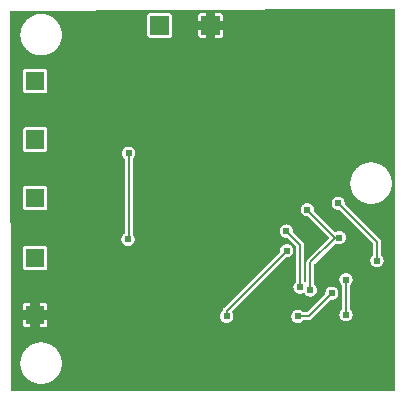
<source format=gbl>
G04 Layer: BottomLayer*
G04 EasyEDA v6.1.34, Sat, 04 May 2019 03:32:15 GMT*
G04 a282187419204f9284f90a9f3713dfcb,c51538707a8b4a26ae849ea9e5911ac7,10*
G04 Gerber Generator version 0.2*
G04 Scale: 100 percent, Rotated: No, Reflected: No *
G04 Dimensions in millimeters *
G04 leading zeros omitted , absolute positions ,3 integer and 3 decimal *
%FSLAX33Y33*%
%MOMM*%
G90*
G71D02*

%ADD11C,0.159995*%
%ADD15C,0.610006*%

%LPD*%
G36*
G01X32918Y32623D02*
G01X29103Y32623D01*
G01X482Y32512D01*
G01X467Y32511D01*
G01X453Y32508D01*
G01X440Y32503D01*
G01X427Y32496D01*
G01X415Y32487D01*
G01X405Y32477D01*
G01X397Y32465D01*
G01X390Y32452D01*
G01X385Y32439D01*
G01X382Y32425D01*
G01X381Y32410D01*
G01X381Y19557D01*
G01X508Y9652D01*
G01X507Y370D01*
G01X509Y356D01*
G01X512Y342D01*
G01X517Y328D01*
G01X524Y315D01*
G01X532Y304D01*
G01X543Y294D01*
G01X554Y285D01*
G01X567Y278D01*
G01X580Y273D01*
G01X595Y270D01*
G01X609Y269D01*
G01X32918Y269D01*
G01X32932Y270D01*
G01X32947Y273D01*
G01X32960Y278D01*
G01X32973Y285D01*
G01X32984Y294D01*
G01X32995Y304D01*
G01X33003Y315D01*
G01X33010Y328D01*
G01X33015Y342D01*
G01X33018Y356D01*
G01X33020Y370D01*
G01X33020Y32522D01*
G01X33018Y32536D01*
G01X33015Y32550D01*
G01X33010Y32564D01*
G01X33003Y32577D01*
G01X32995Y32588D01*
G01X32984Y32598D01*
G01X32973Y32607D01*
G01X32960Y32614D01*
G01X32947Y32619D01*
G01X32932Y32622D01*
G01X32918Y32623D01*
G37*

%LPC*%
G36*
G01X25626Y16211D02*
G01X25593Y16213D01*
G01X25559Y16211D01*
G01X25525Y16208D01*
G01X25491Y16203D01*
G01X25458Y16196D01*
G01X25425Y16187D01*
G01X25393Y16176D01*
G01X25362Y16163D01*
G01X25332Y16148D01*
G01X25302Y16132D01*
G01X25274Y16113D01*
G01X25246Y16093D01*
G01X25220Y16071D01*
G01X25195Y16048D01*
G01X25172Y16023D01*
G01X25151Y15997D01*
G01X25130Y15970D01*
G01X25112Y15941D01*
G01X25095Y15912D01*
G01X25080Y15881D01*
G01X25067Y15850D01*
G01X25056Y15818D01*
G01X25047Y15785D01*
G01X25040Y15752D01*
G01X25035Y15719D01*
G01X25032Y15685D01*
G01X25031Y15651D01*
G01X25032Y15617D01*
G01X25035Y15583D01*
G01X25040Y15550D01*
G01X25047Y15517D01*
G01X25056Y15484D01*
G01X25067Y15452D01*
G01X25080Y15421D01*
G01X25095Y15390D01*
G01X25112Y15360D01*
G01X25130Y15332D01*
G01X25151Y15305D01*
G01X25172Y15279D01*
G01X25195Y15254D01*
G01X25220Y15231D01*
G01X25246Y15209D01*
G01X25274Y15189D01*
G01X25302Y15170D01*
G01X25332Y15154D01*
G01X25362Y15139D01*
G01X25393Y15126D01*
G01X25425Y15115D01*
G01X25458Y15106D01*
G01X25491Y15099D01*
G01X25525Y15094D01*
G01X25559Y15090D01*
G01X25593Y15089D01*
G01X25628Y15091D01*
G01X25635Y15091D01*
G01X25651Y15090D01*
G01X25666Y15086D01*
G01X25681Y15080D01*
G01X25694Y15071D01*
G01X25707Y15061D01*
G01X27399Y13368D01*
G01X27410Y13356D01*
G01X27418Y13343D01*
G01X27424Y13328D01*
G01X27428Y13312D01*
G01X27429Y13297D01*
G01X27428Y13281D01*
G01X27424Y13265D01*
G01X27418Y13250D01*
G01X27409Y13237D01*
G01X27399Y13225D01*
G01X25609Y11436D01*
G01X25591Y11417D01*
G01X25574Y11396D01*
G01X25560Y11374D01*
G01X25547Y11351D01*
G01X25536Y11327D01*
G01X25526Y11302D01*
G01X25519Y11277D01*
G01X25514Y11251D01*
G01X25511Y11225D01*
G01X25510Y11198D01*
G01X25510Y9588D01*
G01X25509Y9573D01*
G01X25506Y9559D01*
G01X25501Y9546D01*
G01X25494Y9533D01*
G01X25485Y9521D01*
G01X25475Y9511D01*
G01X25463Y9502D01*
G01X25451Y9496D01*
G01X25437Y9490D01*
G01X25423Y9487D01*
G01X25408Y9486D01*
G01X25394Y9487D01*
G01X25379Y9491D01*
G01X25366Y9496D01*
G01X25353Y9503D01*
G01X25341Y9512D01*
G01X25331Y9522D01*
G01X25323Y9533D01*
G01X25316Y9546D01*
G01X25311Y9560D01*
G01X25308Y9574D01*
G01X25307Y9588D01*
G01X25307Y12692D01*
G01X25306Y12718D01*
G01X25303Y12745D01*
G01X25297Y12770D01*
G01X25290Y12796D01*
G01X25281Y12821D01*
G01X25270Y12845D01*
G01X25257Y12868D01*
G01X25243Y12890D01*
G01X25226Y12910D01*
G01X25208Y12930D01*
G01X24404Y13734D01*
G01X24394Y13746D01*
G01X24386Y13759D01*
G01X24380Y13774D01*
G01X24376Y13790D01*
G01X24375Y13805D01*
G01X24375Y13812D01*
G01X24376Y13848D01*
G01X24375Y13881D01*
G01X24372Y13915D01*
G01X24367Y13949D01*
G01X24360Y13982D01*
G01X24351Y14015D01*
G01X24340Y14047D01*
G01X24327Y14078D01*
G01X24312Y14109D01*
G01X24295Y14138D01*
G01X24277Y14167D01*
G01X24257Y14194D01*
G01X24235Y14220D01*
G01X24212Y14245D01*
G01X24187Y14268D01*
G01X24161Y14290D01*
G01X24134Y14310D01*
G01X24105Y14328D01*
G01X24076Y14345D01*
G01X24045Y14360D01*
G01X24014Y14373D01*
G01X23982Y14384D01*
G01X23949Y14393D01*
G01X23916Y14400D01*
G01X23882Y14405D01*
G01X23848Y14408D01*
G01X23815Y14409D01*
G01X23781Y14408D01*
G01X23747Y14405D01*
G01X23713Y14400D01*
G01X23680Y14393D01*
G01X23647Y14384D01*
G01X23615Y14373D01*
G01X23584Y14360D01*
G01X23554Y14345D01*
G01X23524Y14328D01*
G01X23496Y14310D01*
G01X23468Y14290D01*
G01X23442Y14268D01*
G01X23417Y14245D01*
G01X23394Y14220D01*
G01X23373Y14194D01*
G01X23352Y14167D01*
G01X23334Y14138D01*
G01X23317Y14109D01*
G01X23302Y14078D01*
G01X23289Y14047D01*
G01X23278Y14015D01*
G01X23269Y13982D01*
G01X23262Y13949D01*
G01X23257Y13915D01*
G01X23254Y13881D01*
G01X23253Y13848D01*
G01X23254Y13814D01*
G01X23257Y13780D01*
G01X23262Y13746D01*
G01X23269Y13713D01*
G01X23278Y13681D01*
G01X23289Y13648D01*
G01X23302Y13617D01*
G01X23317Y13587D01*
G01X23334Y13557D01*
G01X23352Y13529D01*
G01X23373Y13501D01*
G01X23394Y13475D01*
G01X23417Y13451D01*
G01X23442Y13427D01*
G01X23468Y13406D01*
G01X23496Y13385D01*
G01X23524Y13367D01*
G01X23554Y13350D01*
G01X23584Y13336D01*
G01X23615Y13323D01*
G01X23647Y13311D01*
G01X23680Y13302D01*
G01X23713Y13295D01*
G01X23747Y13290D01*
G01X23781Y13287D01*
G01X23815Y13286D01*
G01X23850Y13287D01*
G01X23857Y13287D01*
G01X23873Y13286D01*
G01X23888Y13282D01*
G01X23903Y13276D01*
G01X23916Y13268D01*
G01X23929Y13258D01*
G01X24604Y12582D01*
G01X24614Y12570D01*
G01X24623Y12557D01*
G01X24629Y12542D01*
G01X24632Y12526D01*
G01X24634Y12510D01*
G01X24634Y9588D01*
G01X24633Y9574D01*
G01X24630Y9560D01*
G01X24625Y9546D01*
G01X24618Y9533D01*
G01X24609Y9522D01*
G01X24599Y9512D01*
G01X24574Y9488D01*
G01X24551Y9464D01*
G01X24529Y9438D01*
G01X24509Y9410D01*
G01X24490Y9382D01*
G01X24474Y9352D01*
G01X24459Y9321D01*
G01X24445Y9290D01*
G01X24434Y9258D01*
G01X24425Y9225D01*
G01X24418Y9192D01*
G01X24413Y9158D01*
G01X24410Y9124D01*
G01X24409Y9090D01*
G01X24410Y9056D01*
G01X24413Y9022D01*
G01X24418Y8989D01*
G01X24425Y8956D01*
G01X24434Y8923D01*
G01X24445Y8891D01*
G01X24458Y8860D01*
G01X24473Y8829D01*
G01X24490Y8800D01*
G01X24508Y8771D01*
G01X24528Y8744D01*
G01X24550Y8718D01*
G01X24573Y8693D01*
G01X24598Y8670D01*
G01X24624Y8648D01*
G01X24651Y8628D01*
G01X24680Y8610D01*
G01X24709Y8593D01*
G01X24740Y8578D01*
G01X24771Y8565D01*
G01X24803Y8554D01*
G01X24836Y8545D01*
G01X24869Y8538D01*
G01X24903Y8533D01*
G01X24936Y8530D01*
G01X24970Y8529D01*
G01X25005Y8530D01*
G01X25039Y8533D01*
G01X25073Y8538D01*
G01X25107Y8546D01*
G01X25140Y8555D01*
G01X25173Y8566D01*
G01X25205Y8580D01*
G01X25236Y8595D01*
G01X25251Y8602D01*
G01X25267Y8606D01*
G01X25284Y8607D01*
G01X25298Y8606D01*
G01X25313Y8603D01*
G01X25326Y8598D01*
G01X25339Y8591D01*
G01X25351Y8582D01*
G01X25361Y8571D01*
G01X25370Y8560D01*
G01X25390Y8530D01*
G01X25411Y8502D01*
G01X25435Y8475D01*
G01X25460Y8450D01*
G01X25486Y8426D01*
G01X25514Y8404D01*
G01X25543Y8384D01*
G01X25574Y8366D01*
G01X25606Y8349D01*
G01X25638Y8335D01*
G01X25672Y8323D01*
G01X25706Y8313D01*
G01X25740Y8305D01*
G01X25776Y8299D01*
G01X25811Y8296D01*
G01X25847Y8295D01*
G01X25880Y8296D01*
G01X25914Y8299D01*
G01X25948Y8304D01*
G01X25981Y8311D01*
G01X26014Y8320D01*
G01X26046Y8331D01*
G01X26077Y8344D01*
G01X26108Y8359D01*
G01X26137Y8376D01*
G01X26166Y8394D01*
G01X26193Y8414D01*
G01X26219Y8436D01*
G01X26244Y8459D01*
G01X26267Y8484D01*
G01X26289Y8510D01*
G01X26309Y8537D01*
G01X26327Y8566D01*
G01X26344Y8596D01*
G01X26359Y8626D01*
G01X26372Y8657D01*
G01X26383Y8689D01*
G01X26392Y8722D01*
G01X26399Y8755D01*
G01X26404Y8789D01*
G01X26407Y8823D01*
G01X26408Y8856D01*
G01X26407Y8891D01*
G01X26404Y8924D01*
G01X26399Y8958D01*
G01X26392Y8991D01*
G01X26382Y9024D01*
G01X26371Y9056D01*
G01X26358Y9088D01*
G01X26343Y9118D01*
G01X26326Y9148D01*
G01X26308Y9177D01*
G01X26288Y9204D01*
G01X26266Y9230D01*
G01X26242Y9255D01*
G01X26218Y9278D01*
G01X26207Y9288D01*
G01X26199Y9300D01*
G01X26192Y9312D01*
G01X26187Y9326D01*
G01X26184Y9340D01*
G01X26183Y9354D01*
G01X26183Y11017D01*
G01X26184Y11033D01*
G01X26188Y11048D01*
G01X26194Y11063D01*
G01X26203Y11076D01*
G01X26213Y11089D01*
G01X27912Y12786D01*
G01X27924Y12796D01*
G01X27938Y12804D01*
G01X27952Y12810D01*
G01X27968Y12814D01*
G01X27984Y12815D01*
G01X28000Y12814D01*
G01X28017Y12810D01*
G01X28032Y12803D01*
G01X28063Y12787D01*
G01X28095Y12774D01*
G01X28128Y12762D01*
G01X28162Y12752D01*
G01X28196Y12745D01*
G01X28231Y12739D01*
G01X28265Y12736D01*
G01X28300Y12735D01*
G01X28334Y12736D01*
G01X28368Y12739D01*
G01X28401Y12744D01*
G01X28435Y12751D01*
G01X28467Y12760D01*
G01X28499Y12771D01*
G01X28531Y12784D01*
G01X28561Y12799D01*
G01X28591Y12816D01*
G01X28619Y12834D01*
G01X28646Y12854D01*
G01X28673Y12876D01*
G01X28697Y12899D01*
G01X28721Y12924D01*
G01X28742Y12950D01*
G01X28762Y12977D01*
G01X28781Y13006D01*
G01X28797Y13035D01*
G01X28812Y13066D01*
G01X28825Y13097D01*
G01X28836Y13129D01*
G01X28845Y13162D01*
G01X28853Y13195D01*
G01X28858Y13229D01*
G01X28861Y13262D01*
G01X28862Y13296D01*
G01X28861Y13330D01*
G01X28858Y13364D01*
G01X28853Y13398D01*
G01X28845Y13431D01*
G01X28836Y13463D01*
G01X28825Y13496D01*
G01X28812Y13527D01*
G01X28797Y13557D01*
G01X28781Y13587D01*
G01X28762Y13615D01*
G01X28742Y13643D01*
G01X28721Y13669D01*
G01X28673Y13717D01*
G01X28619Y13759D01*
G01X28591Y13777D01*
G01X28561Y13794D01*
G01X28531Y13808D01*
G01X28499Y13821D01*
G01X28467Y13833D01*
G01X28435Y13842D01*
G01X28401Y13849D01*
G01X28368Y13854D01*
G01X28334Y13857D01*
G01X28300Y13858D01*
G01X28265Y13857D01*
G01X28231Y13854D01*
G01X28196Y13848D01*
G01X28162Y13841D01*
G01X28128Y13831D01*
G01X28096Y13819D01*
G01X28064Y13806D01*
G01X28032Y13790D01*
G01X28017Y13783D01*
G01X28001Y13779D01*
G01X27984Y13778D01*
G01X27968Y13779D01*
G01X27952Y13783D01*
G01X27938Y13789D01*
G01X27924Y13797D01*
G01X27912Y13807D01*
G01X26182Y15537D01*
G01X26172Y15549D01*
G01X26164Y15563D01*
G01X26158Y15577D01*
G01X26154Y15593D01*
G01X26153Y15609D01*
G01X26153Y15615D01*
G01X26154Y15651D01*
G01X26153Y15685D01*
G01X26150Y15719D01*
G01X26145Y15752D01*
G01X26138Y15785D01*
G01X26129Y15818D01*
G01X26118Y15850D01*
G01X26105Y15881D01*
G01X26090Y15912D01*
G01X26073Y15941D01*
G01X26055Y15970D01*
G01X26035Y15997D01*
G01X26013Y16023D01*
G01X25990Y16048D01*
G01X25965Y16071D01*
G01X25939Y16093D01*
G01X25912Y16113D01*
G01X25883Y16132D01*
G01X25854Y16148D01*
G01X25823Y16163D01*
G01X25792Y16176D01*
G01X25760Y16187D01*
G01X25727Y16196D01*
G01X25694Y16203D01*
G01X25660Y16208D01*
G01X25626Y16211D01*
G37*
G36*
G01X23871Y12744D02*
G01X23837Y12745D01*
G01X23803Y12744D01*
G01X23770Y12741D01*
G01X23736Y12736D01*
G01X23703Y12729D01*
G01X23670Y12720D01*
G01X23638Y12709D01*
G01X23607Y12696D01*
G01X23576Y12681D01*
G01X23547Y12664D01*
G01X23518Y12646D01*
G01X23491Y12626D01*
G01X23465Y12604D01*
G01X23440Y12581D01*
G01X23417Y12556D01*
G01X23395Y12530D01*
G01X23375Y12503D01*
G01X23357Y12474D01*
G01X23340Y12445D01*
G01X23325Y12414D01*
G01X23312Y12383D01*
G01X23301Y12351D01*
G01X23292Y12318D01*
G01X23285Y12285D01*
G01X23280Y12252D01*
G01X23277Y12218D01*
G01X23276Y12184D01*
G01X23277Y12148D01*
G01X23277Y12142D01*
G01X23276Y12126D01*
G01X23272Y12110D01*
G01X23266Y12096D01*
G01X23258Y12082D01*
G01X23247Y12070D01*
G01X18517Y7339D01*
G01X18497Y7318D01*
G01X18479Y7295D01*
G01X18464Y7270D01*
G01X18450Y7244D01*
G01X18439Y7217D01*
G01X18430Y7189D01*
G01X18424Y7161D01*
G01X18420Y7132D01*
G01X18417Y7117D01*
G01X18412Y7102D01*
G01X18405Y7088D01*
G01X18396Y7075D01*
G01X18385Y7064D01*
G01X18360Y7041D01*
G01X18337Y7016D01*
G01X18315Y6990D01*
G01X18294Y6963D01*
G01X18276Y6934D01*
G01X18259Y6905D01*
G01X18244Y6874D01*
G01X18230Y6842D01*
G01X18219Y6810D01*
G01X18210Y6777D01*
G01X18203Y6744D01*
G01X18197Y6710D01*
G01X18194Y6676D01*
G01X18193Y6642D01*
G01X18194Y6608D01*
G01X18197Y6574D01*
G01X18203Y6540D01*
G01X18210Y6507D01*
G01X18219Y6475D01*
G01X18230Y6442D01*
G01X18243Y6411D01*
G01X18258Y6381D01*
G01X18274Y6351D01*
G01X18293Y6323D01*
G01X18313Y6295D01*
G01X18335Y6269D01*
G01X18358Y6245D01*
G01X18382Y6221D01*
G01X18436Y6179D01*
G01X18464Y6161D01*
G01X18494Y6144D01*
G01X18524Y6130D01*
G01X18556Y6117D01*
G01X18588Y6105D01*
G01X18620Y6096D01*
G01X18654Y6089D01*
G01X18687Y6084D01*
G01X18721Y6081D01*
G01X18755Y6080D01*
G01X18789Y6081D01*
G01X18823Y6084D01*
G01X18856Y6089D01*
G01X18889Y6096D01*
G01X18922Y6105D01*
G01X18954Y6117D01*
G01X18985Y6130D01*
G01X19016Y6144D01*
G01X19045Y6161D01*
G01X19074Y6179D01*
G01X19101Y6200D01*
G01X19127Y6221D01*
G01X19152Y6245D01*
G01X19175Y6269D01*
G01X19197Y6295D01*
G01X19217Y6323D01*
G01X19235Y6351D01*
G01X19252Y6381D01*
G01X19267Y6411D01*
G01X19280Y6442D01*
G01X19291Y6475D01*
G01X19300Y6507D01*
G01X19307Y6540D01*
G01X19312Y6574D01*
G01X19315Y6608D01*
G01X19316Y6642D01*
G01X19315Y6676D01*
G01X19312Y6710D01*
G01X19307Y6744D01*
G01X19300Y6778D01*
G01X19290Y6811D01*
G01X19279Y6844D01*
G01X19265Y6876D01*
G01X19250Y6907D01*
G01X19233Y6936D01*
G01X19214Y6965D01*
G01X19206Y6979D01*
G01X19200Y6993D01*
G01X19196Y7008D01*
G01X19195Y7024D01*
G01X19196Y7040D01*
G01X19200Y7055D01*
G01X19206Y7070D01*
G01X19215Y7083D01*
G01X19225Y7096D01*
G01X23723Y11594D01*
G01X23735Y11604D01*
G01X23749Y11613D01*
G01X23764Y11619D01*
G01X23779Y11622D01*
G01X23795Y11624D01*
G01X23802Y11623D01*
G01X23837Y11622D01*
G01X23871Y11623D01*
G01X23905Y11626D01*
G01X23939Y11632D01*
G01X23972Y11639D01*
G01X24004Y11648D01*
G01X24037Y11659D01*
G01X24068Y11672D01*
G01X24098Y11687D01*
G01X24128Y11703D01*
G01X24156Y11722D01*
G01X24184Y11742D01*
G01X24210Y11764D01*
G01X24234Y11787D01*
G01X24258Y11812D01*
G01X24279Y11838D01*
G01X24300Y11865D01*
G01X24318Y11893D01*
G01X24335Y11923D01*
G01X24349Y11953D01*
G01X24362Y11985D01*
G01X24374Y12017D01*
G01X24383Y12049D01*
G01X24390Y12083D01*
G01X24395Y12116D01*
G01X24398Y12150D01*
G01X24399Y12184D01*
G01X24398Y12218D01*
G01X24395Y12252D01*
G01X24390Y12285D01*
G01X24383Y12318D01*
G01X24374Y12351D01*
G01X24362Y12383D01*
G01X24349Y12414D01*
G01X24335Y12445D01*
G01X24318Y12474D01*
G01X24300Y12503D01*
G01X24279Y12530D01*
G01X24258Y12556D01*
G01X24234Y12581D01*
G01X24210Y12604D01*
G01X24184Y12626D01*
G01X24156Y12646D01*
G01X24128Y12664D01*
G01X24098Y12681D01*
G01X24068Y12696D01*
G01X24037Y12709D01*
G01X24004Y12720D01*
G01X23972Y12729D01*
G01X23939Y12736D01*
G01X23905Y12741D01*
G01X23871Y12744D01*
G37*
G36*
G01X28227Y16765D02*
G01X28194Y16766D01*
G01X28160Y16765D01*
G01X28126Y16762D01*
G01X28092Y16757D01*
G01X28059Y16750D01*
G01X28026Y16741D01*
G01X27994Y16730D01*
G01X27963Y16717D01*
G01X27933Y16702D01*
G01X27903Y16685D01*
G01X27875Y16667D01*
G01X27847Y16647D01*
G01X27821Y16625D01*
G01X27796Y16602D01*
G01X27773Y16577D01*
G01X27751Y16551D01*
G01X27731Y16524D01*
G01X27713Y16495D01*
G01X27696Y16466D01*
G01X27681Y16435D01*
G01X27668Y16404D01*
G01X27657Y16372D01*
G01X27648Y16339D01*
G01X27641Y16306D01*
G01X27636Y16272D01*
G01X27633Y16239D01*
G01X27632Y16205D01*
G01X27633Y16171D01*
G01X27636Y16137D01*
G01X27641Y16103D01*
G01X27648Y16070D01*
G01X27657Y16038D01*
G01X27668Y16006D01*
G01X27681Y15974D01*
G01X27696Y15944D01*
G01X27713Y15914D01*
G01X27731Y15886D01*
G01X27751Y15858D01*
G01X27773Y15832D01*
G01X27796Y15808D01*
G01X27821Y15784D01*
G01X27847Y15763D01*
G01X27875Y15743D01*
G01X27903Y15724D01*
G01X27933Y15707D01*
G01X27963Y15693D01*
G01X27994Y15680D01*
G01X28026Y15669D01*
G01X28059Y15659D01*
G01X28092Y15652D01*
G01X28126Y15647D01*
G01X28160Y15644D01*
G01X28194Y15643D01*
G01X28229Y15644D01*
G01X28236Y15645D01*
G01X28252Y15643D01*
G01X28267Y15640D01*
G01X28282Y15633D01*
G01X28296Y15625D01*
G01X28308Y15615D01*
G01X31114Y12811D01*
G01X31124Y12799D01*
G01X31133Y12785D01*
G01X31139Y12770D01*
G01X31142Y12755D01*
G01X31144Y12739D01*
G01X31144Y11843D01*
G01X31143Y11829D01*
G01X31140Y11815D01*
G01X31135Y11802D01*
G01X31128Y11789D01*
G01X31119Y11777D01*
G01X31109Y11767D01*
G01X31084Y11744D01*
G01X31061Y11719D01*
G01X31039Y11693D01*
G01X31019Y11666D01*
G01X31000Y11637D01*
G01X30984Y11608D01*
G01X30969Y11577D01*
G01X30955Y11546D01*
G01X30944Y11513D01*
G01X30935Y11481D01*
G01X30928Y11447D01*
G01X30923Y11414D01*
G01X30920Y11380D01*
G01X30919Y11346D01*
G01X30920Y11312D01*
G01X30923Y11278D01*
G01X30928Y11244D01*
G01X30935Y11211D01*
G01X30944Y11179D01*
G01X30955Y11147D01*
G01X30968Y11115D01*
G01X30983Y11085D01*
G01X31000Y11055D01*
G01X31018Y11027D01*
G01X31038Y10999D01*
G01X31060Y10973D01*
G01X31083Y10949D01*
G01X31108Y10925D01*
G01X31134Y10904D01*
G01X31161Y10884D01*
G01X31190Y10865D01*
G01X31219Y10848D01*
G01X31250Y10834D01*
G01X31281Y10821D01*
G01X31313Y10810D01*
G01X31346Y10800D01*
G01X31379Y10793D01*
G01X31413Y10788D01*
G01X31446Y10785D01*
G01X31480Y10784D01*
G01X31514Y10785D01*
G01X31548Y10788D01*
G01X31581Y10793D01*
G01X31615Y10800D01*
G01X31647Y10810D01*
G01X31679Y10821D01*
G01X31711Y10834D01*
G01X31741Y10848D01*
G01X31771Y10865D01*
G01X31799Y10884D01*
G01X31827Y10904D01*
G01X31853Y10925D01*
G01X31901Y10973D01*
G01X31922Y10999D01*
G01X31942Y11027D01*
G01X31961Y11055D01*
G01X31977Y11085D01*
G01X31992Y11115D01*
G01X32005Y11147D01*
G01X32016Y11179D01*
G01X32025Y11211D01*
G01X32033Y11244D01*
G01X32038Y11278D01*
G01X32041Y11312D01*
G01X32042Y11346D01*
G01X32041Y11380D01*
G01X32038Y11414D01*
G01X32033Y11447D01*
G01X32025Y11481D01*
G01X32016Y11513D01*
G01X32005Y11546D01*
G01X31992Y11577D01*
G01X31977Y11608D01*
G01X31960Y11637D01*
G01X31942Y11666D01*
G01X31921Y11693D01*
G01X31900Y11719D01*
G01X31876Y11744D01*
G01X31851Y11767D01*
G01X31841Y11777D01*
G01X31833Y11789D01*
G01X31826Y11802D01*
G01X31821Y11815D01*
G01X31818Y11829D01*
G01X31817Y11843D01*
G01X31817Y12920D01*
G01X31816Y12947D01*
G01X31813Y12973D01*
G01X31807Y12999D01*
G01X31800Y13025D01*
G01X31791Y13049D01*
G01X31780Y13073D01*
G01X31767Y13096D01*
G01X31752Y13118D01*
G01X31736Y13139D01*
G01X31718Y13159D01*
G01X28784Y16091D01*
G01X28773Y16103D01*
G01X28765Y16117D01*
G01X28759Y16131D01*
G01X28755Y16147D01*
G01X28754Y16163D01*
G01X28754Y16169D01*
G01X28755Y16205D01*
G01X28754Y16239D01*
G01X28751Y16272D01*
G01X28746Y16306D01*
G01X28739Y16339D01*
G01X28730Y16372D01*
G01X28719Y16404D01*
G01X28706Y16435D01*
G01X28691Y16466D01*
G01X28674Y16495D01*
G01X28656Y16524D01*
G01X28636Y16551D01*
G01X28614Y16577D01*
G01X28591Y16602D01*
G01X28566Y16625D01*
G01X28540Y16647D01*
G01X28512Y16667D01*
G01X28484Y16685D01*
G01X28454Y16702D01*
G01X28424Y16717D01*
G01X28393Y16730D01*
G01X28361Y16741D01*
G01X28328Y16750D01*
G01X28295Y16757D01*
G01X28261Y16762D01*
G01X28227Y16765D01*
G37*
G36*
G01X27697Y9153D02*
G01X27663Y9154D01*
G01X27629Y9153D01*
G01X27595Y9150D01*
G01X27561Y9145D01*
G01X27528Y9138D01*
G01X27496Y9128D01*
G01X27464Y9117D01*
G01X27432Y9104D01*
G01X27402Y9090D01*
G01X27372Y9073D01*
G01X27344Y9054D01*
G01X27316Y9034D01*
G01X27290Y9013D01*
G01X27242Y8965D01*
G01X27221Y8939D01*
G01X27200Y8911D01*
G01X27182Y8883D01*
G01X27165Y8853D01*
G01X27151Y8823D01*
G01X27138Y8791D01*
G01X27127Y8759D01*
G01X27117Y8727D01*
G01X27110Y8694D01*
G01X27105Y8660D01*
G01X27102Y8626D01*
G01X27101Y8592D01*
G01X27102Y8557D01*
G01X27102Y8550D01*
G01X27101Y8534D01*
G01X27097Y8519D01*
G01X27091Y8504D01*
G01X27083Y8490D01*
G01X27073Y8478D01*
G01X25579Y6985D01*
G01X25567Y6975D01*
G01X25554Y6966D01*
G01X25539Y6960D01*
G01X25523Y6957D01*
G01X25508Y6955D01*
G01X25283Y6955D01*
G01X25268Y6956D01*
G01X25254Y6959D01*
G01X25241Y6964D01*
G01X25228Y6971D01*
G01X25217Y6980D01*
G01X25206Y6990D01*
G01X25183Y7015D01*
G01X25158Y7038D01*
G01X25132Y7060D01*
G01X25105Y7080D01*
G01X25076Y7099D01*
G01X25047Y7115D01*
G01X25016Y7130D01*
G01X24985Y7144D01*
G01X24952Y7155D01*
G01X24920Y7164D01*
G01X24886Y7171D01*
G01X24853Y7176D01*
G01X24819Y7179D01*
G01X24785Y7180D01*
G01X24751Y7179D01*
G01X24717Y7176D01*
G01X24684Y7171D01*
G01X24650Y7164D01*
G01X24618Y7155D01*
G01X24586Y7144D01*
G01X24554Y7131D01*
G01X24524Y7116D01*
G01X24494Y7099D01*
G01X24466Y7081D01*
G01X24439Y7061D01*
G01X24412Y7039D01*
G01X24388Y7016D01*
G01X24364Y6991D01*
G01X24343Y6965D01*
G01X24323Y6938D01*
G01X24304Y6909D01*
G01X24288Y6880D01*
G01X24273Y6849D01*
G01X24260Y6818D01*
G01X24249Y6786D01*
G01X24240Y6753D01*
G01X24232Y6720D01*
G01X24227Y6686D01*
G01X24224Y6653D01*
G01X24223Y6619D01*
G01X24224Y6585D01*
G01X24227Y6551D01*
G01X24232Y6518D01*
G01X24240Y6484D01*
G01X24249Y6452D01*
G01X24260Y6420D01*
G01X24273Y6388D01*
G01X24288Y6358D01*
G01X24304Y6328D01*
G01X24323Y6300D01*
G01X24343Y6272D01*
G01X24364Y6246D01*
G01X24412Y6198D01*
G01X24439Y6177D01*
G01X24466Y6157D01*
G01X24494Y6138D01*
G01X24524Y6122D01*
G01X24554Y6107D01*
G01X24586Y6094D01*
G01X24618Y6083D01*
G01X24650Y6074D01*
G01X24684Y6066D01*
G01X24717Y6061D01*
G01X24751Y6058D01*
G01X24785Y6057D01*
G01X24819Y6058D01*
G01X24853Y6061D01*
G01X24886Y6066D01*
G01X24920Y6074D01*
G01X24952Y6083D01*
G01X24985Y6094D01*
G01X25016Y6107D01*
G01X25047Y6122D01*
G01X25076Y6139D01*
G01X25105Y6157D01*
G01X25132Y6178D01*
G01X25158Y6199D01*
G01X25183Y6223D01*
G01X25206Y6248D01*
G01X25217Y6258D01*
G01X25228Y6266D01*
G01X25241Y6273D01*
G01X25254Y6278D01*
G01X25268Y6281D01*
G01X25283Y6282D01*
G01X25689Y6282D01*
G01X25715Y6283D01*
G01X25742Y6286D01*
G01X25768Y6292D01*
G01X25793Y6299D01*
G01X25818Y6308D01*
G01X25842Y6319D01*
G01X25865Y6332D01*
G01X25887Y6346D01*
G01X25908Y6363D01*
G01X25927Y6381D01*
G01X27549Y8002D01*
G01X27561Y8013D01*
G01X27574Y8021D01*
G01X27589Y8027D01*
G01X27605Y8031D01*
G01X27620Y8032D01*
G01X27627Y8032D01*
G01X27663Y8031D01*
G01X27697Y8032D01*
G01X27730Y8035D01*
G01X27764Y8040D01*
G01X27797Y8047D01*
G01X27830Y8056D01*
G01X27862Y8067D01*
G01X27893Y8080D01*
G01X27924Y8095D01*
G01X27953Y8112D01*
G01X27982Y8130D01*
G01X28009Y8150D01*
G01X28035Y8172D01*
G01X28060Y8195D01*
G01X28083Y8220D01*
G01X28105Y8246D01*
G01X28125Y8273D01*
G01X28143Y8302D01*
G01X28160Y8331D01*
G01X28175Y8362D01*
G01X28188Y8393D01*
G01X28199Y8425D01*
G01X28208Y8458D01*
G01X28215Y8491D01*
G01X28220Y8525D01*
G01X28223Y8558D01*
G01X28224Y8592D01*
G01X28223Y8626D01*
G01X28220Y8660D01*
G01X28215Y8694D01*
G01X28208Y8727D01*
G01X28199Y8759D01*
G01X28188Y8791D01*
G01X28175Y8823D01*
G01X28160Y8853D01*
G01X28143Y8883D01*
G01X28125Y8911D01*
G01X28105Y8939D01*
G01X28083Y8965D01*
G01X28060Y8989D01*
G01X28035Y9013D01*
G01X28009Y9034D01*
G01X27982Y9054D01*
G01X27953Y9073D01*
G01X27924Y9090D01*
G01X27893Y9104D01*
G01X27862Y9117D01*
G01X27830Y9128D01*
G01X27797Y9138D01*
G01X27764Y9145D01*
G01X27730Y9150D01*
G01X27697Y9153D01*
G37*
G36*
G01X3107Y4422D02*
G01X3048Y4423D01*
G01X2988Y4422D01*
G01X2928Y4419D01*
G01X2868Y4414D01*
G01X2808Y4407D01*
G01X2749Y4397D01*
G01X2690Y4386D01*
G01X2632Y4373D01*
G01X2574Y4358D01*
G01X2516Y4341D01*
G01X2459Y4322D01*
G01X2403Y4301D01*
G01X2348Y4278D01*
G01X2293Y4253D01*
G01X2239Y4226D01*
G01X2187Y4198D01*
G01X2135Y4167D01*
G01X2084Y4135D01*
G01X2035Y4102D01*
G01X1986Y4066D01*
G01X1939Y4029D01*
G01X1893Y3990D01*
G01X1849Y3950D01*
G01X1805Y3909D01*
G01X1764Y3865D01*
G01X1724Y3821D01*
G01X1685Y3775D01*
G01X1648Y3728D01*
G01X1612Y3679D01*
G01X1579Y3630D01*
G01X1547Y3579D01*
G01X1516Y3527D01*
G01X1488Y3475D01*
G01X1461Y3421D01*
G01X1436Y3366D01*
G01X1413Y3311D01*
G01X1392Y3255D01*
G01X1373Y3198D01*
G01X1356Y3140D01*
G01X1341Y3082D01*
G01X1328Y3024D01*
G01X1317Y2965D01*
G01X1307Y2906D01*
G01X1300Y2846D01*
G01X1295Y2786D01*
G01X1292Y2726D01*
G01X1291Y2667D01*
G01X1292Y2607D01*
G01X1295Y2547D01*
G01X1300Y2487D01*
G01X1307Y2427D01*
G01X1317Y2368D01*
G01X1328Y2309D01*
G01X1341Y2251D01*
G01X1356Y2193D01*
G01X1373Y2135D01*
G01X1392Y2078D01*
G01X1413Y2022D01*
G01X1436Y1967D01*
G01X1461Y1912D01*
G01X1488Y1858D01*
G01X1516Y1806D01*
G01X1547Y1754D01*
G01X1579Y1703D01*
G01X1612Y1654D01*
G01X1648Y1605D01*
G01X1685Y1558D01*
G01X1724Y1512D01*
G01X1764Y1468D01*
G01X1805Y1424D01*
G01X1849Y1383D01*
G01X1893Y1343D01*
G01X1939Y1304D01*
G01X1986Y1267D01*
G01X2035Y1231D01*
G01X2084Y1198D01*
G01X2135Y1166D01*
G01X2187Y1135D01*
G01X2239Y1107D01*
G01X2293Y1080D01*
G01X2348Y1055D01*
G01X2403Y1032D01*
G01X2459Y1011D01*
G01X2516Y992D01*
G01X2574Y975D01*
G01X2632Y960D01*
G01X2690Y947D01*
G01X2749Y936D01*
G01X2808Y926D01*
G01X2868Y919D01*
G01X2928Y914D01*
G01X2988Y911D01*
G01X3048Y910D01*
G01X3107Y911D01*
G01X3167Y914D01*
G01X3227Y919D01*
G01X3287Y926D01*
G01X3346Y936D01*
G01X3405Y947D01*
G01X3463Y960D01*
G01X3521Y975D01*
G01X3579Y992D01*
G01X3636Y1011D01*
G01X3692Y1032D01*
G01X3747Y1055D01*
G01X3802Y1080D01*
G01X3856Y1107D01*
G01X3908Y1135D01*
G01X3960Y1166D01*
G01X4011Y1198D01*
G01X4060Y1231D01*
G01X4109Y1267D01*
G01X4156Y1304D01*
G01X4202Y1343D01*
G01X4246Y1383D01*
G01X4290Y1424D01*
G01X4331Y1468D01*
G01X4371Y1512D01*
G01X4410Y1558D01*
G01X4447Y1605D01*
G01X4483Y1654D01*
G01X4516Y1703D01*
G01X4548Y1754D01*
G01X4579Y1806D01*
G01X4607Y1858D01*
G01X4634Y1912D01*
G01X4659Y1967D01*
G01X4682Y2022D01*
G01X4703Y2078D01*
G01X4722Y2135D01*
G01X4739Y2193D01*
G01X4754Y2251D01*
G01X4767Y2309D01*
G01X4778Y2368D01*
G01X4788Y2427D01*
G01X4795Y2487D01*
G01X4800Y2547D01*
G01X4803Y2607D01*
G01X4804Y2667D01*
G01X4803Y2726D01*
G01X4800Y2786D01*
G01X4795Y2846D01*
G01X4788Y2906D01*
G01X4778Y2965D01*
G01X4767Y3024D01*
G01X4754Y3082D01*
G01X4739Y3140D01*
G01X4722Y3198D01*
G01X4703Y3255D01*
G01X4682Y3311D01*
G01X4659Y3366D01*
G01X4634Y3421D01*
G01X4607Y3475D01*
G01X4579Y3527D01*
G01X4548Y3579D01*
G01X4516Y3630D01*
G01X4483Y3679D01*
G01X4447Y3728D01*
G01X4410Y3775D01*
G01X4371Y3821D01*
G01X4331Y3865D01*
G01X4290Y3909D01*
G01X4246Y3950D01*
G01X4202Y3990D01*
G01X4156Y4029D01*
G01X4109Y4066D01*
G01X4060Y4102D01*
G01X4011Y4135D01*
G01X3960Y4167D01*
G01X3908Y4198D01*
G01X3856Y4226D01*
G01X3802Y4253D01*
G01X3747Y4278D01*
G01X3692Y4301D01*
G01X3636Y4322D01*
G01X3579Y4341D01*
G01X3521Y4358D01*
G01X3463Y4373D01*
G01X3405Y4386D01*
G01X3346Y4397D01*
G01X3287Y4407D01*
G01X3227Y4414D01*
G01X3167Y4419D01*
G01X3107Y4422D01*
G37*
G36*
G01X3107Y32235D02*
G01X3048Y32236D01*
G01X2988Y32235D01*
G01X2928Y32232D01*
G01X2868Y32227D01*
G01X2808Y32220D01*
G01X2749Y32210D01*
G01X2690Y32199D01*
G01X2632Y32186D01*
G01X2574Y32171D01*
G01X2516Y32154D01*
G01X2459Y32135D01*
G01X2403Y32114D01*
G01X2348Y32091D01*
G01X2293Y32066D01*
G01X2239Y32039D01*
G01X2187Y32011D01*
G01X2135Y31980D01*
G01X2084Y31948D01*
G01X2035Y31915D01*
G01X1986Y31879D01*
G01X1939Y31842D01*
G01X1893Y31803D01*
G01X1849Y31763D01*
G01X1805Y31722D01*
G01X1764Y31678D01*
G01X1724Y31634D01*
G01X1685Y31588D01*
G01X1648Y31541D01*
G01X1612Y31492D01*
G01X1579Y31443D01*
G01X1547Y31392D01*
G01X1516Y31340D01*
G01X1488Y31288D01*
G01X1461Y31234D01*
G01X1436Y31179D01*
G01X1413Y31124D01*
G01X1392Y31068D01*
G01X1373Y31011D01*
G01X1356Y30953D01*
G01X1341Y30895D01*
G01X1328Y30837D01*
G01X1317Y30778D01*
G01X1307Y30719D01*
G01X1300Y30659D01*
G01X1295Y30599D01*
G01X1292Y30539D01*
G01X1291Y30480D01*
G01X1292Y30420D01*
G01X1295Y30360D01*
G01X1300Y30300D01*
G01X1307Y30240D01*
G01X1317Y30181D01*
G01X1328Y30122D01*
G01X1341Y30064D01*
G01X1356Y30006D01*
G01X1373Y29948D01*
G01X1392Y29891D01*
G01X1413Y29835D01*
G01X1436Y29780D01*
G01X1461Y29725D01*
G01X1488Y29671D01*
G01X1516Y29619D01*
G01X1547Y29567D01*
G01X1579Y29516D01*
G01X1612Y29467D01*
G01X1648Y29418D01*
G01X1685Y29371D01*
G01X1724Y29325D01*
G01X1764Y29281D01*
G01X1805Y29237D01*
G01X1849Y29196D01*
G01X1893Y29156D01*
G01X1939Y29117D01*
G01X1986Y29080D01*
G01X2035Y29044D01*
G01X2084Y29011D01*
G01X2135Y28979D01*
G01X2187Y28948D01*
G01X2239Y28920D01*
G01X2293Y28893D01*
G01X2348Y28868D01*
G01X2403Y28845D01*
G01X2459Y28824D01*
G01X2516Y28805D01*
G01X2574Y28788D01*
G01X2632Y28773D01*
G01X2690Y28760D01*
G01X2749Y28749D01*
G01X2808Y28739D01*
G01X2868Y28732D01*
G01X2928Y28727D01*
G01X2988Y28724D01*
G01X3048Y28723D01*
G01X3107Y28724D01*
G01X3167Y28727D01*
G01X3227Y28732D01*
G01X3287Y28739D01*
G01X3346Y28749D01*
G01X3405Y28760D01*
G01X3463Y28773D01*
G01X3521Y28788D01*
G01X3579Y28805D01*
G01X3636Y28824D01*
G01X3692Y28845D01*
G01X3747Y28868D01*
G01X3802Y28893D01*
G01X3856Y28920D01*
G01X3908Y28948D01*
G01X3960Y28979D01*
G01X4011Y29011D01*
G01X4060Y29044D01*
G01X4109Y29080D01*
G01X4156Y29117D01*
G01X4202Y29156D01*
G01X4246Y29196D01*
G01X4290Y29237D01*
G01X4331Y29281D01*
G01X4371Y29325D01*
G01X4410Y29371D01*
G01X4447Y29418D01*
G01X4483Y29467D01*
G01X4516Y29516D01*
G01X4548Y29567D01*
G01X4579Y29619D01*
G01X4607Y29671D01*
G01X4634Y29725D01*
G01X4659Y29780D01*
G01X4682Y29835D01*
G01X4703Y29891D01*
G01X4722Y29948D01*
G01X4739Y30006D01*
G01X4754Y30064D01*
G01X4767Y30122D01*
G01X4778Y30181D01*
G01X4788Y30240D01*
G01X4795Y30300D01*
G01X4800Y30360D01*
G01X4803Y30420D01*
G01X4804Y30480D01*
G01X4803Y30539D01*
G01X4800Y30599D01*
G01X4795Y30659D01*
G01X4788Y30719D01*
G01X4778Y30778D01*
G01X4767Y30837D01*
G01X4754Y30895D01*
G01X4739Y30953D01*
G01X4722Y31011D01*
G01X4703Y31068D01*
G01X4682Y31124D01*
G01X4659Y31179D01*
G01X4634Y31234D01*
G01X4607Y31288D01*
G01X4579Y31340D01*
G01X4548Y31392D01*
G01X4516Y31443D01*
G01X4483Y31492D01*
G01X4447Y31541D01*
G01X4410Y31588D01*
G01X4371Y31634D01*
G01X4331Y31678D01*
G01X4290Y31722D01*
G01X4246Y31763D01*
G01X4202Y31803D01*
G01X4156Y31842D01*
G01X4109Y31879D01*
G01X4060Y31915D01*
G01X4011Y31948D01*
G01X3960Y31980D01*
G01X3908Y32011D01*
G01X3856Y32039D01*
G01X3802Y32066D01*
G01X3747Y32091D01*
G01X3692Y32114D01*
G01X3636Y32135D01*
G01X3579Y32154D01*
G01X3521Y32171D01*
G01X3463Y32186D01*
G01X3405Y32199D01*
G01X3346Y32210D01*
G01X3287Y32220D01*
G01X3227Y32227D01*
G01X3167Y32232D01*
G01X3107Y32235D01*
G37*
G36*
G01X31047Y19662D02*
G01X30988Y19663D01*
G01X30928Y19662D01*
G01X30868Y19659D01*
G01X30808Y19654D01*
G01X30748Y19647D01*
G01X30689Y19637D01*
G01X30630Y19626D01*
G01X30572Y19613D01*
G01X30514Y19598D01*
G01X30456Y19581D01*
G01X30399Y19562D01*
G01X30343Y19541D01*
G01X30288Y19518D01*
G01X30233Y19493D01*
G01X30179Y19466D01*
G01X30127Y19438D01*
G01X30075Y19407D01*
G01X30024Y19375D01*
G01X29975Y19342D01*
G01X29926Y19306D01*
G01X29879Y19269D01*
G01X29833Y19230D01*
G01X29789Y19190D01*
G01X29745Y19149D01*
G01X29704Y19105D01*
G01X29664Y19061D01*
G01X29625Y19015D01*
G01X29588Y18968D01*
G01X29552Y18919D01*
G01X29519Y18870D01*
G01X29487Y18819D01*
G01X29456Y18767D01*
G01X29428Y18715D01*
G01X29401Y18661D01*
G01X29376Y18606D01*
G01X29353Y18551D01*
G01X29332Y18495D01*
G01X29313Y18438D01*
G01X29296Y18380D01*
G01X29281Y18322D01*
G01X29268Y18264D01*
G01X29257Y18205D01*
G01X29247Y18146D01*
G01X29240Y18086D01*
G01X29235Y18026D01*
G01X29232Y17966D01*
G01X29231Y17907D01*
G01X29232Y17847D01*
G01X29235Y17787D01*
G01X29240Y17727D01*
G01X29247Y17667D01*
G01X29257Y17608D01*
G01X29268Y17549D01*
G01X29281Y17491D01*
G01X29296Y17433D01*
G01X29313Y17375D01*
G01X29332Y17318D01*
G01X29353Y17262D01*
G01X29376Y17207D01*
G01X29401Y17152D01*
G01X29428Y17098D01*
G01X29456Y17046D01*
G01X29487Y16994D01*
G01X29519Y16943D01*
G01X29552Y16894D01*
G01X29588Y16845D01*
G01X29625Y16798D01*
G01X29664Y16752D01*
G01X29704Y16708D01*
G01X29745Y16664D01*
G01X29789Y16623D01*
G01X29833Y16583D01*
G01X29879Y16544D01*
G01X29926Y16507D01*
G01X29975Y16471D01*
G01X30024Y16438D01*
G01X30075Y16406D01*
G01X30127Y16375D01*
G01X30179Y16347D01*
G01X30233Y16320D01*
G01X30288Y16295D01*
G01X30343Y16272D01*
G01X30399Y16251D01*
G01X30456Y16232D01*
G01X30514Y16215D01*
G01X30572Y16200D01*
G01X30630Y16187D01*
G01X30689Y16176D01*
G01X30748Y16166D01*
G01X30808Y16159D01*
G01X30868Y16154D01*
G01X30928Y16151D01*
G01X30988Y16150D01*
G01X31047Y16151D01*
G01X31107Y16154D01*
G01X31167Y16159D01*
G01X31227Y16166D01*
G01X31286Y16176D01*
G01X31345Y16187D01*
G01X31403Y16200D01*
G01X31461Y16215D01*
G01X31519Y16232D01*
G01X31576Y16251D01*
G01X31632Y16272D01*
G01X31687Y16295D01*
G01X31742Y16320D01*
G01X31796Y16347D01*
G01X31848Y16375D01*
G01X31900Y16406D01*
G01X31951Y16438D01*
G01X32000Y16471D01*
G01X32049Y16507D01*
G01X32096Y16544D01*
G01X32142Y16583D01*
G01X32186Y16623D01*
G01X32230Y16664D01*
G01X32271Y16708D01*
G01X32311Y16752D01*
G01X32350Y16798D01*
G01X32387Y16845D01*
G01X32423Y16894D01*
G01X32456Y16943D01*
G01X32488Y16994D01*
G01X32519Y17046D01*
G01X32547Y17098D01*
G01X32574Y17152D01*
G01X32599Y17207D01*
G01X32622Y17262D01*
G01X32643Y17318D01*
G01X32662Y17375D01*
G01X32679Y17433D01*
G01X32694Y17491D01*
G01X32707Y17549D01*
G01X32718Y17608D01*
G01X32728Y17667D01*
G01X32735Y17727D01*
G01X32740Y17787D01*
G01X32743Y17847D01*
G01X32744Y17907D01*
G01X32743Y17966D01*
G01X32740Y18026D01*
G01X32735Y18086D01*
G01X32728Y18146D01*
G01X32718Y18205D01*
G01X32707Y18264D01*
G01X32694Y18322D01*
G01X32679Y18380D01*
G01X32662Y18438D01*
G01X32643Y18495D01*
G01X32622Y18551D01*
G01X32599Y18606D01*
G01X32574Y18661D01*
G01X32547Y18715D01*
G01X32519Y18767D01*
G01X32488Y18819D01*
G01X32456Y18870D01*
G01X32423Y18919D01*
G01X32387Y18968D01*
G01X32350Y19015D01*
G01X32311Y19061D01*
G01X32271Y19105D01*
G01X32230Y19149D01*
G01X32186Y19190D01*
G01X32142Y19230D01*
G01X32096Y19269D01*
G01X32049Y19306D01*
G01X32000Y19342D01*
G01X31951Y19375D01*
G01X31900Y19407D01*
G01X31848Y19438D01*
G01X31796Y19466D01*
G01X31742Y19493D01*
G01X31687Y19518D01*
G01X31632Y19541D01*
G01X31576Y19562D01*
G01X31519Y19581D01*
G01X31461Y19598D01*
G01X31403Y19613D01*
G01X31345Y19626D01*
G01X31286Y19637D01*
G01X31227Y19647D01*
G01X31167Y19654D01*
G01X31107Y19659D01*
G01X31047Y19662D01*
G37*
G36*
G01X10486Y21007D02*
G01X10452Y21008D01*
G01X10418Y21007D01*
G01X10384Y21004D01*
G01X10350Y20999D01*
G01X10317Y20992D01*
G01X10285Y20983D01*
G01X10252Y20972D01*
G01X10221Y20959D01*
G01X10191Y20944D01*
G01X10161Y20927D01*
G01X10133Y20909D01*
G01X10105Y20889D01*
G01X10079Y20867D01*
G01X10055Y20844D01*
G01X10031Y20819D01*
G01X10010Y20793D01*
G01X9989Y20765D01*
G01X9971Y20737D01*
G01X9954Y20707D01*
G01X9940Y20677D01*
G01X9927Y20646D01*
G01X9915Y20614D01*
G01X9906Y20581D01*
G01X9899Y20548D01*
G01X9894Y20514D01*
G01X9891Y20480D01*
G01X9890Y20447D01*
G01X9891Y20412D01*
G01X9894Y20379D01*
G01X9899Y20345D01*
G01X9906Y20312D01*
G01X9916Y20279D01*
G01X9927Y20247D01*
G01X9940Y20215D01*
G01X9955Y20185D01*
G01X9972Y20155D01*
G01X9990Y20126D01*
G01X10010Y20099D01*
G01X10032Y20073D01*
G01X10056Y20048D01*
G01X10081Y20025D01*
G01X10091Y20015D01*
G01X10099Y20003D01*
G01X10106Y19991D01*
G01X10111Y19977D01*
G01X10114Y19963D01*
G01X10115Y19949D01*
G01X10115Y13684D01*
G01X10114Y13668D01*
G01X10110Y13652D01*
G01X10104Y13638D01*
G01X10096Y13624D01*
G01X10086Y13612D01*
G01X10074Y13602D01*
G01X10046Y13580D01*
G01X10020Y13557D01*
G01X9995Y13532D01*
G01X9972Y13505D01*
G01X9951Y13478D01*
G01X9931Y13449D01*
G01X9913Y13418D01*
G01X9897Y13387D01*
G01X9883Y13355D01*
G01X9872Y13322D01*
G01X9862Y13288D01*
G01X9854Y13254D01*
G01X9849Y13219D01*
G01X9845Y13184D01*
G01X9844Y13149D01*
G01X9845Y13115D01*
G01X9848Y13081D01*
G01X9854Y13048D01*
G01X9861Y13015D01*
G01X9870Y12982D01*
G01X9881Y12950D01*
G01X9894Y12919D01*
G01X9909Y12888D01*
G01X9925Y12859D01*
G01X9944Y12830D01*
G01X9964Y12803D01*
G01X9986Y12777D01*
G01X10009Y12752D01*
G01X10034Y12729D01*
G01X10060Y12707D01*
G01X10087Y12687D01*
G01X10115Y12669D01*
G01X10145Y12652D01*
G01X10175Y12637D01*
G01X10207Y12624D01*
G01X10239Y12613D01*
G01X10271Y12604D01*
G01X10305Y12597D01*
G01X10338Y12592D01*
G01X10372Y12589D01*
G01X10406Y12588D01*
G01X10440Y12589D01*
G01X10474Y12592D01*
G01X10507Y12597D01*
G01X10540Y12604D01*
G01X10573Y12613D01*
G01X10605Y12624D01*
G01X10636Y12637D01*
G01X10667Y12652D01*
G01X10696Y12669D01*
G01X10725Y12687D01*
G01X10752Y12707D01*
G01X10778Y12729D01*
G01X10803Y12752D01*
G01X10826Y12777D01*
G01X10848Y12803D01*
G01X10868Y12830D01*
G01X10886Y12859D01*
G01X10903Y12888D01*
G01X10918Y12919D01*
G01X10931Y12950D01*
G01X10942Y12982D01*
G01X10951Y13015D01*
G01X10958Y13048D01*
G01X10963Y13081D01*
G01X10966Y13115D01*
G01X10967Y13149D01*
G01X10966Y13184D01*
G01X10963Y13219D01*
G01X10958Y13254D01*
G01X10950Y13289D01*
G01X10940Y13322D01*
G01X10928Y13356D01*
G01X10914Y13388D01*
G01X10898Y13419D01*
G01X10880Y13450D01*
G01X10860Y13479D01*
G01X10839Y13507D01*
G01X10816Y13533D01*
G01X10806Y13545D01*
G01X10798Y13558D01*
G01X10793Y13572D01*
G01X10789Y13587D01*
G01X10788Y13603D01*
G01X10788Y19949D01*
G01X10789Y19963D01*
G01X10792Y19977D01*
G01X10797Y19991D01*
G01X10804Y20003D01*
G01X10813Y20015D01*
G01X10823Y20025D01*
G01X10847Y20048D01*
G01X10871Y20073D01*
G01X10893Y20099D01*
G01X10913Y20126D01*
G01X10932Y20155D01*
G01X10948Y20185D01*
G01X10963Y20215D01*
G01X10976Y20247D01*
G01X10988Y20279D01*
G01X10997Y20312D01*
G01X11004Y20345D01*
G01X11009Y20379D01*
G01X11012Y20412D01*
G01X11013Y20447D01*
G01X11012Y20480D01*
G01X11009Y20514D01*
G01X11004Y20548D01*
G01X10997Y20581D01*
G01X10988Y20614D01*
G01X10977Y20646D01*
G01X10964Y20677D01*
G01X10949Y20707D01*
G01X10932Y20737D01*
G01X10914Y20765D01*
G01X10894Y20793D01*
G01X10872Y20819D01*
G01X10849Y20844D01*
G01X10824Y20867D01*
G01X10798Y20889D01*
G01X10771Y20909D01*
G01X10742Y20927D01*
G01X10713Y20944D01*
G01X10682Y20959D01*
G01X10651Y20972D01*
G01X10619Y20983D01*
G01X10586Y20992D01*
G01X10553Y20999D01*
G01X10519Y21004D01*
G01X10486Y21007D01*
G37*
G36*
G01X28890Y10293D02*
G01X28856Y10294D01*
G01X28823Y10293D01*
G01X28789Y10290D01*
G01X28755Y10285D01*
G01X28722Y10278D01*
G01X28689Y10269D01*
G01X28657Y10258D01*
G01X28626Y10245D01*
G01X28595Y10230D01*
G01X28566Y10213D01*
G01X28537Y10195D01*
G01X28510Y10175D01*
G01X28484Y10153D01*
G01X28459Y10130D01*
G01X28436Y10105D01*
G01X28414Y10079D01*
G01X28394Y10052D01*
G01X28376Y10023D01*
G01X28359Y9994D01*
G01X28344Y9963D01*
G01X28331Y9932D01*
G01X28320Y9900D01*
G01X28311Y9867D01*
G01X28304Y9834D01*
G01X28299Y9800D01*
G01X28296Y9767D01*
G01X28295Y9733D01*
G01X28296Y9699D01*
G01X28299Y9665D01*
G01X28304Y9631D01*
G01X28311Y9598D01*
G01X28321Y9565D01*
G01X28332Y9533D01*
G01X28345Y9501D01*
G01X28360Y9471D01*
G01X28376Y9441D01*
G01X28395Y9413D01*
G01X28415Y9385D01*
G01X28437Y9359D01*
G01X28485Y9311D01*
G01X28496Y9301D01*
G01X28504Y9289D01*
G01X28511Y9277D01*
G01X28516Y9263D01*
G01X28519Y9249D01*
G01X28520Y9235D01*
G01X28520Y7256D01*
G01X28519Y7242D01*
G01X28516Y7228D01*
G01X28511Y7214D01*
G01X28504Y7202D01*
G01X28496Y7190D01*
G01X28485Y7180D01*
G01X28461Y7157D01*
G01X28437Y7132D01*
G01X28415Y7106D01*
G01X28395Y7078D01*
G01X28376Y7050D01*
G01X28360Y7020D01*
G01X28345Y6990D01*
G01X28332Y6958D01*
G01X28321Y6926D01*
G01X28311Y6893D01*
G01X28304Y6860D01*
G01X28299Y6826D01*
G01X28296Y6792D01*
G01X28295Y6758D01*
G01X28296Y6725D01*
G01X28299Y6691D01*
G01X28304Y6657D01*
G01X28311Y6624D01*
G01X28320Y6591D01*
G01X28331Y6559D01*
G01X28344Y6528D01*
G01X28359Y6497D01*
G01X28376Y6468D01*
G01X28394Y6439D01*
G01X28414Y6412D01*
G01X28436Y6386D01*
G01X28459Y6361D01*
G01X28484Y6338D01*
G01X28510Y6316D01*
G01X28537Y6296D01*
G01X28566Y6278D01*
G01X28595Y6261D01*
G01X28626Y6246D01*
G01X28657Y6233D01*
G01X28689Y6222D01*
G01X28722Y6213D01*
G01X28755Y6206D01*
G01X28789Y6201D01*
G01X28823Y6198D01*
G01X28856Y6197D01*
G01X28890Y6198D01*
G01X28924Y6201D01*
G01X28958Y6206D01*
G01X28991Y6213D01*
G01X29024Y6222D01*
G01X29056Y6233D01*
G01X29087Y6246D01*
G01X29117Y6261D01*
G01X29147Y6278D01*
G01X29175Y6296D01*
G01X29203Y6316D01*
G01X29229Y6338D01*
G01X29254Y6361D01*
G01X29277Y6386D01*
G01X29298Y6412D01*
G01X29319Y6439D01*
G01X29337Y6468D01*
G01X29354Y6497D01*
G01X29369Y6528D01*
G01X29381Y6559D01*
G01X29393Y6591D01*
G01X29402Y6624D01*
G01X29409Y6657D01*
G01X29414Y6691D01*
G01X29417Y6725D01*
G01X29418Y6758D01*
G01X29417Y6792D01*
G01X29414Y6826D01*
G01X29409Y6860D01*
G01X29402Y6893D01*
G01X29392Y6926D01*
G01X29381Y6958D01*
G01X29368Y6990D01*
G01X29353Y7020D01*
G01X29336Y7050D01*
G01X29318Y7078D01*
G01X29298Y7106D01*
G01X29276Y7132D01*
G01X29252Y7157D01*
G01X29227Y7180D01*
G01X29217Y7190D01*
G01X29209Y7202D01*
G01X29202Y7214D01*
G01X29197Y7228D01*
G01X29194Y7242D01*
G01X29193Y7256D01*
G01X29193Y9235D01*
G01X29194Y9249D01*
G01X29197Y9263D01*
G01X29202Y9277D01*
G01X29209Y9289D01*
G01X29217Y9301D01*
G01X29227Y9311D01*
G01X29252Y9335D01*
G01X29276Y9359D01*
G01X29298Y9385D01*
G01X29318Y9413D01*
G01X29336Y9441D01*
G01X29353Y9471D01*
G01X29368Y9501D01*
G01X29381Y9533D01*
G01X29392Y9565D01*
G01X29402Y9598D01*
G01X29409Y9631D01*
G01X29414Y9665D01*
G01X29417Y9699D01*
G01X29418Y9733D01*
G01X29417Y9767D01*
G01X29414Y9800D01*
G01X29409Y9834D01*
G01X29402Y9867D01*
G01X29393Y9900D01*
G01X29381Y9932D01*
G01X29369Y9963D01*
G01X29354Y9994D01*
G01X29337Y10023D01*
G01X29319Y10052D01*
G01X29298Y10079D01*
G01X29277Y10105D01*
G01X29254Y10130D01*
G01X29229Y10153D01*
G01X29203Y10175D01*
G01X29175Y10195D01*
G01X29147Y10213D01*
G01X29117Y10230D01*
G01X29087Y10245D01*
G01X29056Y10258D01*
G01X29024Y10269D01*
G01X28991Y10278D01*
G01X28958Y10285D01*
G01X28924Y10290D01*
G01X28890Y10293D01*
G37*
G36*
G01X13868Y32285D02*
G01X12293Y32285D01*
G01X12269Y32284D01*
G01X12246Y32281D01*
G01X12223Y32276D01*
G01X12200Y32268D01*
G01X12179Y32259D01*
G01X12158Y32247D01*
G01X12139Y32234D01*
G01X12120Y32218D01*
G01X12104Y32202D01*
G01X12088Y32183D01*
G01X12075Y32164D01*
G01X12063Y32143D01*
G01X12054Y32122D01*
G01X12046Y32099D01*
G01X12041Y32076D01*
G01X12038Y32053D01*
G01X12037Y32029D01*
G01X12037Y30454D01*
G01X12038Y30430D01*
G01X12041Y30407D01*
G01X12046Y30384D01*
G01X12054Y30361D01*
G01X12063Y30340D01*
G01X12075Y30319D01*
G01X12088Y30300D01*
G01X12104Y30281D01*
G01X12120Y30265D01*
G01X12139Y30249D01*
G01X12158Y30236D01*
G01X12179Y30224D01*
G01X12200Y30215D01*
G01X12223Y30207D01*
G01X12246Y30202D01*
G01X12269Y30199D01*
G01X12293Y30198D01*
G01X13868Y30198D01*
G01X13892Y30199D01*
G01X13915Y30202D01*
G01X13938Y30207D01*
G01X13961Y30215D01*
G01X13982Y30224D01*
G01X14003Y30236D01*
G01X14022Y30249D01*
G01X14041Y30265D01*
G01X14057Y30281D01*
G01X14073Y30300D01*
G01X14086Y30319D01*
G01X14098Y30340D01*
G01X14107Y30361D01*
G01X14115Y30384D01*
G01X14120Y30407D01*
G01X14123Y30430D01*
G01X14124Y30454D01*
G01X14124Y32029D01*
G01X14123Y32053D01*
G01X14120Y32076D01*
G01X14115Y32099D01*
G01X14107Y32122D01*
G01X14098Y32143D01*
G01X14086Y32164D01*
G01X14073Y32183D01*
G01X14057Y32202D01*
G01X14041Y32218D01*
G01X14022Y32234D01*
G01X14003Y32247D01*
G01X13982Y32259D01*
G01X13961Y32268D01*
G01X13938Y32276D01*
G01X13915Y32281D01*
G01X13892Y32284D01*
G01X13868Y32285D01*
G37*
G36*
G01X3327Y12600D02*
G01X1752Y12600D01*
G01X1728Y12599D01*
G01X1705Y12596D01*
G01X1682Y12591D01*
G01X1659Y12583D01*
G01X1638Y12574D01*
G01X1617Y12562D01*
G01X1598Y12549D01*
G01X1579Y12533D01*
G01X1563Y12517D01*
G01X1547Y12498D01*
G01X1534Y12479D01*
G01X1522Y12458D01*
G01X1513Y12437D01*
G01X1505Y12414D01*
G01X1500Y12391D01*
G01X1497Y12368D01*
G01X1496Y12344D01*
G01X1496Y10769D01*
G01X1497Y10745D01*
G01X1500Y10722D01*
G01X1505Y10699D01*
G01X1513Y10676D01*
G01X1522Y10655D01*
G01X1534Y10634D01*
G01X1547Y10615D01*
G01X1563Y10596D01*
G01X1579Y10580D01*
G01X1598Y10564D01*
G01X1617Y10551D01*
G01X1638Y10539D01*
G01X1659Y10530D01*
G01X1682Y10522D01*
G01X1705Y10517D01*
G01X1728Y10514D01*
G01X1752Y10513D01*
G01X3327Y10513D01*
G01X3351Y10514D01*
G01X3374Y10517D01*
G01X3397Y10522D01*
G01X3420Y10530D01*
G01X3441Y10539D01*
G01X3462Y10551D01*
G01X3481Y10564D01*
G01X3500Y10580D01*
G01X3516Y10596D01*
G01X3532Y10615D01*
G01X3545Y10634D01*
G01X3557Y10655D01*
G01X3566Y10676D01*
G01X3574Y10699D01*
G01X3579Y10722D01*
G01X3582Y10745D01*
G01X3583Y10769D01*
G01X3583Y12344D01*
G01X3582Y12368D01*
G01X3579Y12391D01*
G01X3574Y12414D01*
G01X3566Y12437D01*
G01X3557Y12458D01*
G01X3545Y12479D01*
G01X3532Y12498D01*
G01X3516Y12517D01*
G01X3500Y12533D01*
G01X3481Y12549D01*
G01X3462Y12562D01*
G01X3441Y12574D01*
G01X3420Y12583D01*
G01X3397Y12591D01*
G01X3374Y12596D01*
G01X3351Y12599D01*
G01X3327Y12600D01*
G37*
G36*
G01X3327Y17680D02*
G01X1752Y17680D01*
G01X1728Y17679D01*
G01X1705Y17676D01*
G01X1682Y17671D01*
G01X1659Y17663D01*
G01X1638Y17654D01*
G01X1617Y17642D01*
G01X1598Y17629D01*
G01X1579Y17613D01*
G01X1563Y17597D01*
G01X1547Y17578D01*
G01X1534Y17559D01*
G01X1522Y17538D01*
G01X1513Y17517D01*
G01X1505Y17494D01*
G01X1500Y17471D01*
G01X1497Y17448D01*
G01X1496Y17424D01*
G01X1496Y15849D01*
G01X1497Y15825D01*
G01X1500Y15802D01*
G01X1505Y15779D01*
G01X1513Y15756D01*
G01X1522Y15735D01*
G01X1534Y15714D01*
G01X1547Y15695D01*
G01X1563Y15676D01*
G01X1579Y15660D01*
G01X1598Y15644D01*
G01X1617Y15631D01*
G01X1638Y15619D01*
G01X1659Y15610D01*
G01X1682Y15602D01*
G01X1705Y15597D01*
G01X1728Y15594D01*
G01X1752Y15593D01*
G01X3327Y15593D01*
G01X3351Y15594D01*
G01X3374Y15597D01*
G01X3397Y15602D01*
G01X3420Y15610D01*
G01X3441Y15619D01*
G01X3462Y15631D01*
G01X3481Y15644D01*
G01X3500Y15660D01*
G01X3516Y15676D01*
G01X3532Y15695D01*
G01X3545Y15714D01*
G01X3557Y15735D01*
G01X3566Y15756D01*
G01X3574Y15779D01*
G01X3579Y15802D01*
G01X3582Y15825D01*
G01X3583Y15849D01*
G01X3583Y17424D01*
G01X3582Y17448D01*
G01X3579Y17471D01*
G01X3574Y17494D01*
G01X3566Y17517D01*
G01X3557Y17538D01*
G01X3545Y17559D01*
G01X3532Y17578D01*
G01X3516Y17597D01*
G01X3500Y17613D01*
G01X3481Y17629D01*
G01X3462Y17642D01*
G01X3441Y17654D01*
G01X3420Y17663D01*
G01X3397Y17671D01*
G01X3374Y17676D01*
G01X3351Y17679D01*
G01X3327Y17680D01*
G37*
G36*
G01X3327Y27586D02*
G01X1752Y27586D01*
G01X1728Y27585D01*
G01X1705Y27582D01*
G01X1682Y27577D01*
G01X1659Y27569D01*
G01X1638Y27560D01*
G01X1617Y27548D01*
G01X1598Y27535D01*
G01X1579Y27519D01*
G01X1563Y27503D01*
G01X1547Y27484D01*
G01X1534Y27465D01*
G01X1522Y27444D01*
G01X1513Y27423D01*
G01X1505Y27400D01*
G01X1500Y27377D01*
G01X1497Y27354D01*
G01X1496Y27330D01*
G01X1496Y25755D01*
G01X1497Y25731D01*
G01X1500Y25708D01*
G01X1505Y25685D01*
G01X1513Y25662D01*
G01X1522Y25641D01*
G01X1534Y25620D01*
G01X1547Y25601D01*
G01X1563Y25582D01*
G01X1579Y25566D01*
G01X1598Y25550D01*
G01X1617Y25537D01*
G01X1638Y25525D01*
G01X1659Y25516D01*
G01X1682Y25508D01*
G01X1705Y25503D01*
G01X1728Y25500D01*
G01X1752Y25499D01*
G01X3327Y25499D01*
G01X3351Y25500D01*
G01X3374Y25503D01*
G01X3397Y25508D01*
G01X3420Y25516D01*
G01X3441Y25525D01*
G01X3462Y25537D01*
G01X3481Y25550D01*
G01X3500Y25566D01*
G01X3516Y25582D01*
G01X3532Y25601D01*
G01X3545Y25620D01*
G01X3557Y25641D01*
G01X3566Y25662D01*
G01X3574Y25685D01*
G01X3579Y25708D01*
G01X3582Y25731D01*
G01X3583Y25755D01*
G01X3583Y27330D01*
G01X3582Y27354D01*
G01X3579Y27377D01*
G01X3574Y27400D01*
G01X3566Y27423D01*
G01X3557Y27444D01*
G01X3545Y27465D01*
G01X3532Y27484D01*
G01X3516Y27503D01*
G01X3500Y27519D01*
G01X3481Y27535D01*
G01X3462Y27548D01*
G01X3441Y27560D01*
G01X3420Y27569D01*
G01X3397Y27577D01*
G01X3374Y27582D01*
G01X3351Y27585D01*
G01X3327Y27586D01*
G37*
G36*
G01X3327Y22633D02*
G01X1752Y22633D01*
G01X1728Y22632D01*
G01X1705Y22629D01*
G01X1682Y22624D01*
G01X1659Y22616D01*
G01X1638Y22607D01*
G01X1617Y22595D01*
G01X1598Y22582D01*
G01X1579Y22566D01*
G01X1563Y22550D01*
G01X1547Y22531D01*
G01X1534Y22512D01*
G01X1522Y22491D01*
G01X1513Y22470D01*
G01X1505Y22447D01*
G01X1500Y22424D01*
G01X1497Y22401D01*
G01X1496Y22377D01*
G01X1496Y20802D01*
G01X1497Y20778D01*
G01X1500Y20755D01*
G01X1505Y20732D01*
G01X1513Y20709D01*
G01X1522Y20688D01*
G01X1534Y20667D01*
G01X1547Y20648D01*
G01X1563Y20629D01*
G01X1579Y20613D01*
G01X1598Y20597D01*
G01X1617Y20584D01*
G01X1638Y20572D01*
G01X1659Y20563D01*
G01X1682Y20555D01*
G01X1705Y20550D01*
G01X1728Y20547D01*
G01X1752Y20546D01*
G01X3327Y20546D01*
G01X3351Y20547D01*
G01X3374Y20550D01*
G01X3397Y20555D01*
G01X3420Y20563D01*
G01X3441Y20572D01*
G01X3462Y20584D01*
G01X3481Y20597D01*
G01X3500Y20613D01*
G01X3516Y20629D01*
G01X3532Y20648D01*
G01X3545Y20667D01*
G01X3557Y20688D01*
G01X3566Y20709D01*
G01X3574Y20732D01*
G01X3579Y20755D01*
G01X3582Y20778D01*
G01X3583Y20802D01*
G01X3583Y22377D01*
G01X3582Y22401D01*
G01X3579Y22424D01*
G01X3574Y22447D01*
G01X3566Y22470D01*
G01X3557Y22491D01*
G01X3545Y22512D01*
G01X3532Y22531D01*
G01X3516Y22550D01*
G01X3500Y22566D01*
G01X3481Y22582D01*
G01X3462Y22595D01*
G01X3441Y22607D01*
G01X3420Y22616D01*
G01X3397Y22624D01*
G01X3374Y22629D01*
G01X3351Y22632D01*
G01X3327Y22633D01*
G37*
G36*
G01X2146Y6337D02*
G01X1496Y6337D01*
G01X1496Y5943D01*
G01X1497Y5919D01*
G01X1500Y5896D01*
G01X1505Y5873D01*
G01X1513Y5850D01*
G01X1522Y5829D01*
G01X1534Y5808D01*
G01X1547Y5789D01*
G01X1563Y5770D01*
G01X1579Y5754D01*
G01X1598Y5738D01*
G01X1617Y5725D01*
G01X1638Y5713D01*
G01X1659Y5704D01*
G01X1682Y5696D01*
G01X1705Y5691D01*
G01X1728Y5688D01*
G01X1752Y5687D01*
G01X2146Y5687D01*
G01X2146Y6337D01*
G37*
G36*
G01X2146Y7774D02*
G01X1752Y7774D01*
G01X1728Y7773D01*
G01X1705Y7770D01*
G01X1682Y7765D01*
G01X1659Y7757D01*
G01X1638Y7748D01*
G01X1617Y7736D01*
G01X1598Y7723D01*
G01X1579Y7707D01*
G01X1563Y7691D01*
G01X1547Y7672D01*
G01X1534Y7653D01*
G01X1522Y7632D01*
G01X1513Y7611D01*
G01X1505Y7588D01*
G01X1500Y7565D01*
G01X1497Y7542D01*
G01X1496Y7518D01*
G01X1496Y7124D01*
G01X2146Y7124D01*
G01X2146Y7774D01*
G37*
G36*
G01X3583Y6337D02*
G01X2933Y6337D01*
G01X2933Y5687D01*
G01X3327Y5687D01*
G01X3351Y5688D01*
G01X3374Y5691D01*
G01X3397Y5696D01*
G01X3420Y5704D01*
G01X3441Y5713D01*
G01X3462Y5725D01*
G01X3481Y5738D01*
G01X3500Y5754D01*
G01X3516Y5770D01*
G01X3532Y5789D01*
G01X3545Y5808D01*
G01X3557Y5829D01*
G01X3566Y5850D01*
G01X3574Y5873D01*
G01X3579Y5896D01*
G01X3582Y5919D01*
G01X3583Y5943D01*
G01X3583Y6337D01*
G37*
G36*
G01X18442Y30848D02*
G01X17792Y30848D01*
G01X17792Y30198D01*
G01X18186Y30198D01*
G01X18210Y30199D01*
G01X18233Y30202D01*
G01X18256Y30207D01*
G01X18279Y30215D01*
G01X18300Y30224D01*
G01X18321Y30236D01*
G01X18340Y30249D01*
G01X18359Y30265D01*
G01X18375Y30281D01*
G01X18391Y30300D01*
G01X18404Y30319D01*
G01X18416Y30340D01*
G01X18425Y30361D01*
G01X18433Y30384D01*
G01X18438Y30407D01*
G01X18441Y30430D01*
G01X18442Y30454D01*
G01X18442Y30848D01*
G37*
G36*
G01X18186Y32285D02*
G01X17792Y32285D01*
G01X17792Y31635D01*
G01X18442Y31635D01*
G01X18442Y32029D01*
G01X18441Y32053D01*
G01X18438Y32076D01*
G01X18433Y32099D01*
G01X18425Y32122D01*
G01X18416Y32143D01*
G01X18404Y32164D01*
G01X18391Y32183D01*
G01X18375Y32202D01*
G01X18359Y32218D01*
G01X18340Y32234D01*
G01X18321Y32247D01*
G01X18300Y32259D01*
G01X18279Y32268D01*
G01X18256Y32276D01*
G01X18233Y32281D01*
G01X18210Y32284D01*
G01X18186Y32285D01*
G37*
G36*
G01X3327Y7774D02*
G01X2933Y7774D01*
G01X2933Y7124D01*
G01X3583Y7124D01*
G01X3583Y7518D01*
G01X3582Y7542D01*
G01X3579Y7565D01*
G01X3574Y7588D01*
G01X3566Y7611D01*
G01X3557Y7632D01*
G01X3545Y7653D01*
G01X3532Y7672D01*
G01X3516Y7691D01*
G01X3500Y7707D01*
G01X3481Y7723D01*
G01X3462Y7736D01*
G01X3441Y7748D01*
G01X3420Y7757D01*
G01X3397Y7765D01*
G01X3374Y7770D01*
G01X3351Y7773D01*
G01X3327Y7774D01*
G37*
G36*
G01X17005Y30848D02*
G01X16355Y30848D01*
G01X16355Y30454D01*
G01X16356Y30430D01*
G01X16359Y30407D01*
G01X16364Y30384D01*
G01X16372Y30361D01*
G01X16381Y30340D01*
G01X16393Y30319D01*
G01X16406Y30300D01*
G01X16422Y30281D01*
G01X16438Y30265D01*
G01X16457Y30249D01*
G01X16476Y30236D01*
G01X16497Y30224D01*
G01X16518Y30215D01*
G01X16541Y30207D01*
G01X16564Y30202D01*
G01X16587Y30199D01*
G01X16611Y30198D01*
G01X17005Y30198D01*
G01X17005Y30848D01*
G37*
G36*
G01X17005Y32285D02*
G01X16611Y32285D01*
G01X16587Y32284D01*
G01X16564Y32281D01*
G01X16541Y32276D01*
G01X16518Y32268D01*
G01X16497Y32259D01*
G01X16476Y32247D01*
G01X16457Y32234D01*
G01X16438Y32218D01*
G01X16422Y32202D01*
G01X16406Y32183D01*
G01X16393Y32164D01*
G01X16381Y32143D01*
G01X16372Y32122D01*
G01X16364Y32099D01*
G01X16359Y32076D01*
G01X16356Y32053D01*
G01X16355Y32029D01*
G01X16355Y31635D01*
G01X17005Y31635D01*
G01X17005Y32285D01*
G37*

%LPD*%
G54D11*
G01X17399Y31242D02*
G01X17399Y25072D01*
G01X28158Y14312D01*
G01X27947Y13296D02*
G01X25593Y15651D01*
G01X28300Y13296D02*
G01X27947Y13296D01*
G01X27947Y13296D02*
G01X25847Y11198D01*
G01X25847Y8856D01*
G01X23815Y13848D02*
G01X24970Y12692D01*
G01X24970Y9090D01*
G01X24785Y6619D02*
G01X25689Y6619D01*
G01X27663Y8592D01*
G01X10452Y20447D02*
G01X10452Y13192D01*
G01X10406Y13149D01*
G01X18755Y6642D02*
G01X18755Y7101D01*
G01X23837Y12184D01*
G01X28194Y16205D02*
G01X31480Y12920D01*
G01X31480Y11346D01*
G01X28856Y6758D02*
G01X28856Y9733D01*
G36*
G01X13868Y32029D02*
G01X13868Y30454D01*
G01X12293Y30454D01*
G01X12293Y32029D01*
G01X13868Y32029D01*
G37*
G36*
G01X18186Y32029D02*
G01X18186Y30454D01*
G01X16611Y30454D01*
G01X16611Y32029D01*
G01X18186Y32029D01*
G37*
G36*
G01X3327Y27330D02*
G01X3327Y25755D01*
G01X1752Y25755D01*
G01X1752Y27330D01*
G01X3327Y27330D01*
G37*
G36*
G01X3327Y22377D02*
G01X3327Y20802D01*
G01X1752Y20802D01*
G01X1752Y22377D01*
G01X3327Y22377D01*
G37*
G36*
G01X3327Y17424D02*
G01X3327Y15849D01*
G01X1752Y15849D01*
G01X1752Y17424D01*
G01X3327Y17424D01*
G37*
G36*
G01X3327Y12344D02*
G01X3327Y10769D01*
G01X1752Y10769D01*
G01X1752Y12344D01*
G01X3327Y12344D01*
G37*
G36*
G01X3327Y7518D02*
G01X3327Y5943D01*
G01X1752Y5943D01*
G01X1752Y7518D01*
G01X3327Y7518D01*
G37*
G54D15*
G01X28158Y14312D03*
G01X25847Y8856D03*
G01X28300Y13296D03*
G01X25593Y15651D03*
G01X24970Y9090D03*
G01X23815Y13848D03*
G01X24785Y6619D03*
G01X27663Y8592D03*
G01X10452Y20447D03*
G01X10406Y13149D03*
G01X23837Y12184D03*
G01X18755Y6642D03*
G01X28194Y16205D03*
G01X31480Y11346D03*
G01X28856Y6758D03*
G01X28856Y9733D03*
M00*
M02*

</source>
